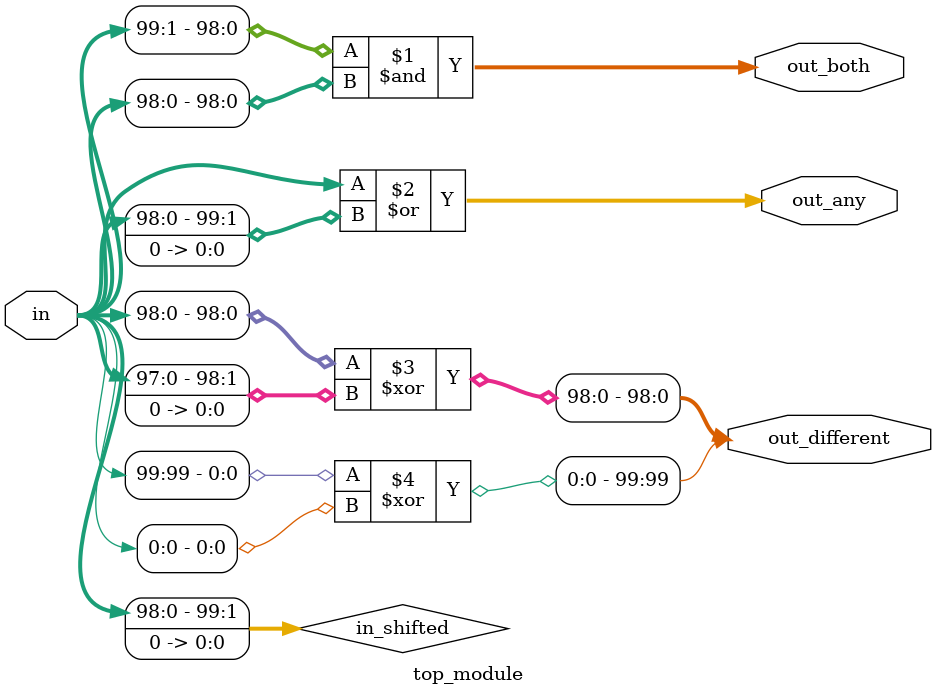
<source format=sv>
module top_module (
	input [99:0] in,
	output [98:0] out_both,
	output [99:0] out_any,
	output [99:0] out_different
);

	// Shift the input signal by one bit to the left
	wire [99:0] in_shifted;
	assign in_shifted = {in[98:0], 1'b0};
	
	// Generate out_both (bit-wise AND of 'in' and 'in_shifted')
	assign out_both = in[99:1] & in_shifted[99:1];

	// Generate out_any (bit-wise OR of 'in' and 'in_shifted')
	assign out_any = in | in_shifted;

	// Generate out_different (bit-wise XOR of 'in' and 'in_shifted')
	assign out_different = {in[99] ^ in[0], in[98:0] ^ in_shifted[98:0]};

endmodule

</source>
